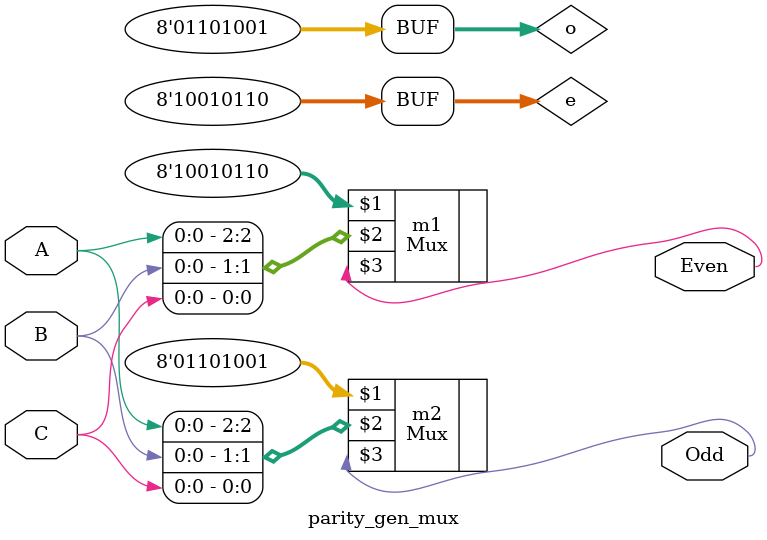
<source format=v>
`timescale 1ns / 1ps
module parity_gen_mux(
    input A,
    input B,
    input C,
    output Even,
	 output Odd
    );
	 
	 wire [7:0] e;
	 wire [7:0] o;
	 assign e = 8'b1001_0110;
	 assign o = 8'b0110_1001;
	 Mux m1(e,{A,B,C},Even);
	 Mux m2(o,{A,B,C},Odd);
endmodule

</source>
